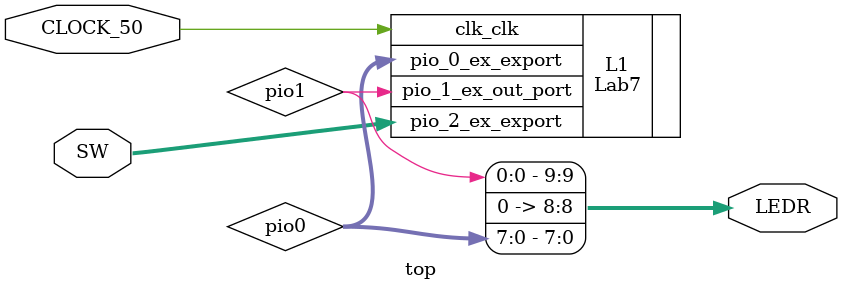
<source format=v>
module top(
    input           CLOCK_50,
    input  [9:0]    SW,
    output [9:0]    LEDR
);

wire [9:0] pio2;
wire [7:0] pio0;
wire pio1;

Lab7 L1 (.clk_clk(CLOCK_50), .pio_0_ex_export(pio0), .pio_1_ex_out_port(pio1), .pio_2_ex_export(SW));

assign LEDR[7:0] = pio0;
assign LEDR[9] = pio1;
assign LEDR[8] = 0;

endmodule
</source>
